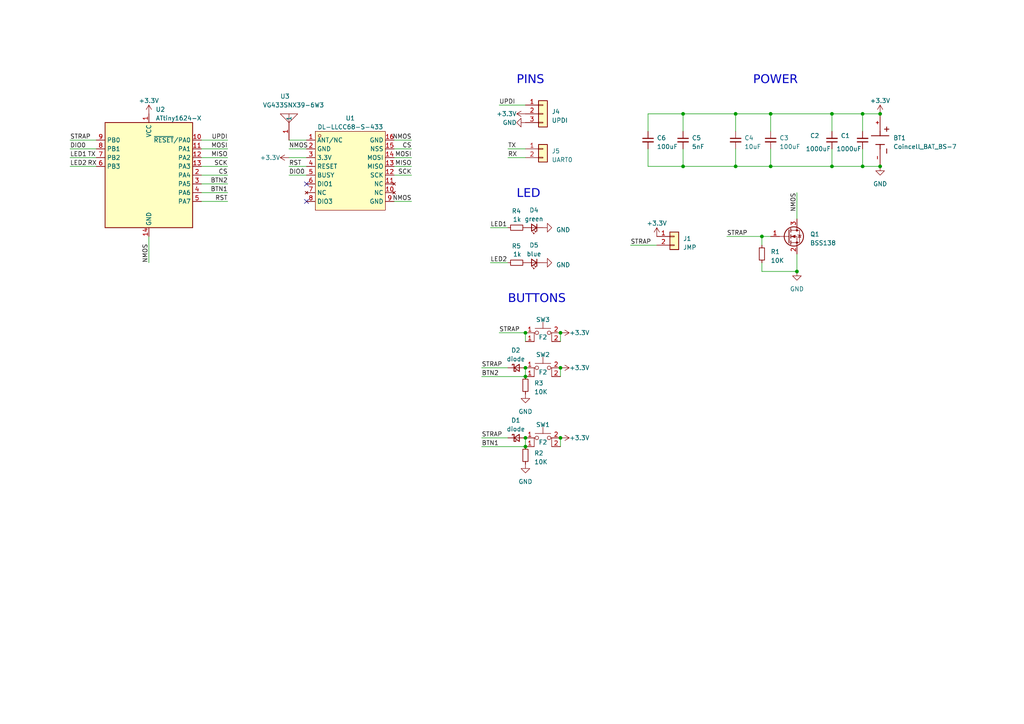
<source format=kicad_sch>
(kicad_sch (version 20230121) (generator eeschema)
  (paper "A4")
  (lib_symbols
    (symbol "Connector_Generic:Conn_01x02" (pin_names (offset 1.016) hide)
      (property "Reference" "J" (at 0 2.54 0))
      (property "Value" "Conn_01x02" (at 0 -5.08 0))
      (symbol "Conn_01x02_1_1"
        (rectangle (start -1.27 -2.413) (end 0 -2.667) (stroke (width 0.1524)))
        (rectangle (start -1.27 0.127) (end 0 -0.127) (stroke (width 0.1524)))
        (rectangle (start -1.27 1.27) (end 1.27 -3.81) (stroke (width 0.254)) (fill (type background)))
        (pin passive line (at -5.08 0 0) (length 3.81) (name "Pin_1") (number "1"))
        (pin passive line (at -5.08 -2.54 0) (length 3.81) (name "Pin_2") (number "2"))
      )
    )
    (symbol "Connector_Generic:Conn_01x03" (pin_names (offset 1.016) hide)
      (property "Reference" "J" (at 0 5.08 0))
      (property "Value" "Conn_01x03" (at 0 -5.08 0))
      (symbol "Conn_01x03_1_1"
        (rectangle (start -1.27 -2.413) (end 0 -2.667) (stroke (width 0.1524)))
        (rectangle (start -1.27 0.127) (end 0 -0.127) (stroke (width 0.1524)))
        (rectangle (start -1.27 2.667) (end 0 2.413) (stroke (width 0.1524)))
        (rectangle (start -1.27 3.81) (end 1.27 -3.81) (stroke (width 0.254)) (fill (type background)))
        (pin passive line (at -5.08 2.54 0) (length 3.81) (name "Pin_1") (number "1"))
        (pin passive line (at -5.08 0 0) (length 3.81) (name "Pin_2") (number "2"))
        (pin passive line (at -5.08 -2.54 0) (length 3.81) (name "Pin_3") (number "3"))
      )
    )
    (symbol "Custom:Coincell_BAT_BS-7" (pin_names (offset 1.016))
      (property "Reference" "BT" (at -3.81 3.81 0))
      (property "Value" "Coincell_BAT_BS-7" (at -3.81 -5.08 0))
      (symbol "Coincell_BAT_BS-7_0_0"
        (polyline (pts (xy -3.81 1.905) (xy -2.54 1.905)) (stroke (width 0.254)))
        (polyline (pts (xy -3.175 2.54) (xy -3.175 1.27)) (stroke (width 0.254)))
        (polyline (pts (xy -1.27 0) (xy -2.54 0)) (stroke (width 0.254)))
        (polyline (pts (xy -1.27 0) (xy -1.27 -2.54)) (stroke (width 0.254)))
        (polyline (pts (xy -1.27 2.54) (xy -1.27 0)) (stroke (width 0.254)))
        (polyline (pts (xy 1.27 0) (xy 1.27 -1.27)) (stroke (width 0.254)))
        (polyline (pts (xy 1.27 0) (xy 2.54 0)) (stroke (width 0.254)))
        (polyline (pts (xy 1.27 1.27) (xy 1.27 0)) (stroke (width 0.254)))
        (polyline (pts (xy 2.54 1.905) (xy 3.81 1.905)) (stroke (width 0.254)))
        (pin passive line (at -7.62 0 0) (length 5.08) (name "~") (number "+"))
        (pin passive line (at 7.62 0 180) (length 5.08) (name "~") (number "-"))
      )
    )
    (symbol "Custom:DL-LLCC68-S-433"
      (property "Reference" "U" (at 0 13.97 0))
      (property "Value" "DL-LLCC68-S-433" (at 0 -13.97 0))
      (symbol "DL-LLCC68-S-433_0_1"
        (rectangle (start -10.16 11.43) (end 10.16 -11.43) (fill (type background)))
        (circle (center -8.89 10.16) (radius 0.38))
        (pin unspecified line (at -12.7 8.89 0) (length 2.54) (name "ANT/NC") (number "1"))
        (pin no_connect line (at 12.7 -6.35 180) (length 2.54) (name "NC") (number "10"))
        (pin no_connect line (at 12.7 -3.81 180) (length 2.54) (name "NC") (number "11"))
        (pin input line (at 12.7 -1.27 180) (length 2.54) (name "SCK") (number "12"))
        (pin output line (at 12.7 1.27 180) (length 2.54) (name "MISO") (number "13"))
        (pin input line (at 12.7 3.81 180) (length 2.54) (name "MOSI") (number "14"))
        (pin input line (at 12.7 6.35 180) (length 2.54) (name "NSS") (number "15"))
        (pin power_in line (at 12.7 8.89 180) (length 2.54) (name "GND") (number "16"))
        (pin power_in line (at -12.7 6.35 0) (length 2.54) (name "GND") (number "2"))
        (pin power_in line (at -12.7 3.81 0) (length 2.54) (name "3.3V") (number "3"))
        (pin input line (at -12.7 1.27 0) (length 2.54) (name "RESET") (number "4"))
        (pin output line (at -12.7 -1.27 0) (length 2.54) (name "BUSY") (number "5"))
        (pin output line (at -12.7 -3.81 0) (length 2.54) (name "DIO1") (number "6"))
        (pin no_connect line (at -12.7 -6.35 0) (length 2.54) (name "NC") (number "7"))
        (pin output line (at -12.7 -8.89 0) (length 2.54) (name "DIO3") (number "8"))
        (pin power_in line (at 12.7 -8.89 180) (length 2.54) (name "GND") (number "9"))
      )
    )
    (symbol "Custom:VG433SNX39-6W3"
      (property "Reference" "U" (at 0 2.54 0))
      (property "Value" "VG433SNX39-6W3" (at 0 -7.62 0))
      (symbol "VG433SNX39-6W3_0_1"
        (polyline (pts (xy 0 2.54) (xy -2.54 5.08) (xy 2.54 5.08) (xy 0 2.54) (xy 0 5.08)))
        (pin unspecified line (at 0 -2.54 90) (length 5.08) (name "1") (number "1"))
      )
    )
    (symbol "Device:C_Small" (pin_numbers hide) (pin_names (offset 0.254) hide)
      (property "Reference" "C" (at 0.254 1.778 0))
      (property "Value" "C_Small" (at 0.254 -2.032 0))
      (symbol "C_Small_0_1"
        (polyline (pts (xy -1.524 -0.508) (xy 1.524 -0.508)) (stroke (width 0.3302)))
        (polyline (pts (xy -1.524 0.508) (xy 1.524 0.508)) (stroke (width 0.3048)))
      )
      (symbol "C_Small_1_1"
        (pin passive line (at 0 2.54 270) (length 2.032) (name "~") (number "1"))
        (pin passive line (at 0 -2.54 90) (length 2.032) (name "~") (number "2"))
      )
    )
    (symbol "Device:D_Schottky_Small" (pin_numbers hide) (pin_names (offset 0.254) hide)
      (property "Reference" "D" (at -1.27 2.032 0))
      (property "Value" "D_Schottky_Small" (at -7.112 -2.032 0))
      (symbol "D_Schottky_Small_0_1"
        (polyline (pts (xy -0.762 0) (xy 0.762 0)))
        (polyline (pts (xy 0.762 -1.016) (xy -0.762 0) (xy 0.762 1.016) (xy 0.762 -1.016)) (stroke (width 0.254)))
        (polyline (pts (xy -1.27 0.762) (xy -1.27 1.016) (xy -0.762 1.016) (xy -0.762 -1.016) (xy -0.254 -1.016) (xy -0.254 -0.762)) (stroke (width 0.254)))
      )
      (symbol "D_Schottky_Small_1_1"
        (pin passive line (at -2.54 0 0) (length 1.778) (name "K") (number "1"))
        (pin passive line (at 2.54 0 180) (length 1.778) (name "A") (number "2"))
      )
    )
    (symbol "Device:LED_Small" (pin_numbers hide) (pin_names (offset 0.254) hide)
      (property "Reference" "D" (at -1.27 3.175 0))
      (property "Value" "LED_Small" (at -4.445 -2.54 0))
      (symbol "LED_Small_0_1"
        (polyline (pts (xy -0.762 -1.016) (xy -0.762 1.016)) (stroke (width 0.254)))
        (polyline (pts (xy 1.016 0) (xy -0.762 0)))
        (polyline (pts (xy 0.762 -1.016) (xy -0.762 0) (xy 0.762 1.016) (xy 0.762 -1.016)) (stroke (width 0.254)))
        (polyline (pts (xy 0 0.762) (xy -0.508 1.27) (xy -0.254 1.27) (xy -0.508 1.27) (xy -0.508 1.016)))
        (polyline (pts (xy 0.508 1.27) (xy 0 1.778) (xy 0.254 1.778) (xy 0 1.778) (xy 0 1.524)))
      )
      (symbol "LED_Small_1_1"
        (pin passive line (at -2.54 0 0) (length 1.778) (name "K") (number "1"))
        (pin passive line (at 2.54 0 180) (length 1.778) (name "A") (number "2"))
      )
    )
    (symbol "Device:R_Small" (pin_numbers hide) (pin_names (offset 0.254) hide)
      (property "Reference" "R" (at 0.762 0.508 0))
      (property "Value" "R_Small" (at 0.762 -1.016 0))
      (symbol "R_Small_0_1"
        (rectangle (start -0.762 1.778) (end 0.762 -1.778) (stroke (width 0.2032)))
      )
      (symbol "R_Small_1_1"
        (pin passive line (at 0 2.54 270) (length 0.762) (name "~") (number "1"))
        (pin passive line (at 0 -2.54 90) (length 0.762) (name "~") (number "2"))
      )
    )
    (symbol "MCU_Microchip_ATtiny:ATtiny1624-X"
      (property "Reference" "U" (at -12.7 16.51 0))
      (property "Value" "ATtiny1624-X" (at 2.54 -16.51 0))
      (symbol "ATtiny1624-X_0_1"
        (rectangle (start -12.7 -15.24) (end 12.7 15.24) (stroke (width 0.254)) (fill (type background)))
      )
      (symbol "ATtiny1624-X_1_1"
        (pin power_in line (at 0 17.78 270) (length 2.54) (name "VCC") (number "1"))
        (pin bidirectional line (at 15.24 10.16 180) (length 2.54) (name "~{RESET}/PA0") (number "10"))
        (pin bidirectional line (at 15.24 7.62 180) (length 2.54) (name "PA1") (number "11"))
        (pin bidirectional line (at 15.24 5.08 180) (length 2.54) (name "PA2") (number "12"))
        (pin bidirectional line (at 15.24 2.54 180) (length 2.54) (name "PA3") (number "13"))
        (pin power_in line (at 0 -17.78 90) (length 2.54) (name "GND") (number "14"))
        (pin bidirectional line (at 15.24 0 180) (length 2.54) (name "PA4") (number "2"))
        (pin bidirectional line (at 15.24 -2.54 180) (length 2.54) (name "PA5") (number "3"))
        (pin bidirectional line (at 15.24 -5.08 180) (length 2.54) (name "PA6") (number "4"))
        (pin bidirectional line (at 15.24 -7.62 180) (length 2.54) (name "PA7") (number "5"))
        (pin bidirectional line (at -15.24 2.54 0) (length 2.54) (name "PB3") (number "6"))
        (pin bidirectional line (at -15.24 5.08 0) (length 2.54) (name "PB2") (number "7"))
        (pin bidirectional line (at -15.24 7.62 0) (length 2.54) (name "PB1") (number "8"))
        (pin bidirectional line (at -15.24 10.16 0) (length 2.54) (name "PB0") (number "9"))
      )
    )
    (symbol "SW_MEC_5E_1" (pin_names (offset 1.016) hide)
      (property "Reference" "SW2" (at 0 6.35 0))
      (property "Value" "F2" (at 0 1.27 0))
      (symbol "SW_MEC_5E_1_0_1"
        (circle (center -1.778 2.54) (radius 0.508))
        (polyline (pts (xy -2.286 3.81) (xy 2.286 3.81)))
        (polyline (pts (xy 0 3.81) (xy 0 5.588)))
        (polyline (pts (xy -2.54 0) (xy -2.54 2.54) (xy -2.286 2.54)))
        (polyline (pts (xy 2.54 0) (xy 2.54 2.54) (xy 2.286 2.54)))
        (circle (center 1.778 2.54) (radius 0.508))
        (pin passive line (at -5.08 0 0) (length 2.54) (name "1") (number "1"))
        (pin passive line (at -5.08 2.54 0) (length 2.54) (name "1") (number "1"))
        (pin passive line (at 5.08 0 180) (length 2.54) (name "2") (number "2"))
        (pin passive line (at 5.08 2.54 180) (length 2.54) (name "2") (number "2"))
      )
    )
    (symbol "Transistor_FET:BSS138" (pin_names hide)
      (property "Reference" "Q" (at 5.08 1.905 0))
      (property "Value" "BSS138" (at 5.08 0 0))
      (symbol "BSS138_0_1"
        (polyline (pts (xy 0.254 0) (xy -2.54 0)))
        (polyline (pts (xy 0.254 1.905) (xy 0.254 -1.905)) (stroke (width 0.254)))
        (polyline (pts (xy 0.762 -1.27) (xy 0.762 -2.286)) (stroke (width 0.254)))
        (polyline (pts (xy 0.762 0.508) (xy 0.762 -0.508)) (stroke (width 0.254)))
        (polyline (pts (xy 0.762 2.286) (xy 0.762 1.27)) (stroke (width 0.254)))
        (polyline (pts (xy 2.54 2.54) (xy 2.54 1.778)))
        (polyline (pts (xy 2.54 -2.54) (xy 2.54 0) (xy 0.762 0)))
        (polyline (pts (xy 0.762 -1.778) (xy 3.302 -1.778) (xy 3.302 1.778) (xy 0.762 1.778)))
        (polyline (pts (xy 1.016 0) (xy 2.032 0.381) (xy 2.032 -0.381) (xy 1.016 0)) (fill (type outline)))
        (polyline (pts (xy 2.794 0.508) (xy 2.921 0.381) (xy 3.683 0.381) (xy 3.81 0.254)))
        (polyline (pts (xy 3.302 0.381) (xy 2.921 -0.254) (xy 3.683 -0.254) (xy 3.302 0.381)))
        (circle (center 1.651 0) (radius 2.794) (stroke (width 0.254)))
        (circle (center 2.54 -1.778) (radius 0.254) (fill (type outline)))
        (circle (center 2.54 1.778) (radius 0.254) (fill (type outline)))
      )
      (symbol "BSS138_1_1"
        (pin input line (at -5.08 0 0) (length 2.54) (name "G") (number "1"))
        (pin passive line (at 2.54 -5.08 90) (length 2.54) (name "S") (number "2"))
        (pin passive line (at 2.54 5.08 270) (length 2.54) (name "D") (number "3"))
      )
    )
    (symbol "power:+3.3V" (power) (pin_names (offset 0))
      (property "Value" "+3.3V" (at 0 3.556 0))
      (symbol "+3.3V_0_1"
        (polyline (pts (xy -0.762 1.27) (xy 0 2.54)))
        (polyline (pts (xy 0 0) (xy 0 2.54)))
        (polyline (pts (xy 0 2.54) (xy 0.762 1.27)))
      )
      (symbol "+3.3V_1_1"
        (pin power_in line (at 0 0 90) (length 0) hide (name "+3.3V") (number "1"))
      )
    )
    (symbol "power:GND" (power) (pin_names (offset 0))
      (property "Value" "GND" (at 0 -3.81 0))
      (symbol "GND_0_1"
        (polyline (pts (xy 0 0) (xy 0 -1.27) (xy 1.27 -1.27) (xy 0 -2.54) (xy -1.27 -1.27) (xy 0 -1.27)))
      )
      (symbol "GND_1_1"
        (pin power_in line (at 0 0 270) (length 0) hide (name "GND") (number "1"))
      )
    )
  )
  (junction (at 152.4 127))
  (junction (at 250.19 48.26))
  (junction (at 255.27 48.26))
  (junction (at 241.3 33.02))
  (junction (at 152.4 109.22))
  (junction (at 223.52 33.02))
  (junction (at 220.98 68.58))
  (junction (at 162.56 96.52))
  (junction (at 162.56 106.68))
  (junction (at 231.14 78.74))
  (junction (at 198.12 33.02))
  (junction (at 152.4 129.54))
  (junction (at 213.36 48.26))
  (junction (at 162.56 127))
  (junction (at 223.52 48.26))
  (junction (at 152.4 96.52))
  (junction (at 198.12 48.26))
  (junction (at 250.19 33.02))
  (junction (at 241.3 48.26))
  (junction (at 213.36 33.02))
  (junction (at 152.4 106.68))
  (junction (at 255.27 33.02))
  (no_connect (at 88.9 53.34))
  (no_connect (at 88.9 58.42))
  (wire (pts (xy 114.3 40.64) (xy 119.38 40.64)))
  (wire (pts (xy 152.4 106.68) (xy 152.4 109.22)))
  (wire (pts (xy 58.42 43.18) (xy 66.04 43.18)))
  (wire (pts (xy 187.96 33.02) (xy 198.12 33.02)))
  (wire (pts (xy 139.7 106.68) (xy 147.32 106.68)))
  (wire (pts (xy 43.18 68.58) (xy 43.18 76.2)))
  (wire (pts (xy 250.19 48.26) (xy 255.27 48.26)))
  (wire (pts (xy 20.32 45.72) (xy 27.94 45.72)))
  (wire (pts (xy 144.78 30.48) (xy 152.4 30.48)))
  (wire (pts (xy 58.42 55.88) (xy 66.04 55.88)))
  (wire (pts (xy 213.36 48.26) (xy 223.52 48.26)))
  (wire (pts (xy 88.9 43.18) (xy 83.82 43.18)))
  (wire (pts (xy 119.38 50.8) (xy 114.3 50.8)))
  (wire (pts (xy 210.82 68.58) (xy 220.98 68.58)))
  (wire (pts (xy 119.38 45.72) (xy 114.3 45.72)))
  (wire (pts (xy 119.38 43.18) (xy 114.3 43.18)))
  (wire (pts (xy 213.36 43.18) (xy 213.36 48.26)))
  (wire (pts (xy 223.52 43.18) (xy 223.52 48.26)))
  (wire (pts (xy 139.7 127) (xy 147.32 127)))
  (wire (pts (xy 58.42 50.8) (xy 66.04 50.8)))
  (wire (pts (xy 198.12 43.18) (xy 198.12 48.26)))
  (wire (pts (xy 58.42 45.72) (xy 66.04 45.72)))
  (wire (pts (xy 162.56 99.06) (xy 162.56 96.52)))
  (wire (pts (xy 198.12 48.26) (xy 213.36 48.26)))
  (wire (pts (xy 223.52 33.02) (xy 241.3 33.02)))
  (wire (pts (xy 152.4 96.52) (xy 152.4 99.06)))
  (wire (pts (xy 139.7 109.22) (xy 152.4 109.22)))
  (wire (pts (xy 223.52 33.02) (xy 223.52 38.1)))
  (wire (pts (xy 144.78 96.52) (xy 152.4 96.52)))
  (wire (pts (xy 142.24 76.2) (xy 147.32 76.2)))
  (wire (pts (xy 220.98 76.2) (xy 220.98 78.74)))
  (wire (pts (xy 58.42 58.42) (xy 66.04 58.42)))
  (wire (pts (xy 162.56 106.68) (xy 162.56 109.22)))
  (wire (pts (xy 241.3 48.26) (xy 250.19 48.26)))
  (wire (pts (xy 241.3 43.18) (xy 241.3 48.26)))
  (wire (pts (xy 241.3 38.1) (xy 241.3 33.02)))
  (wire (pts (xy 58.42 40.64) (xy 66.04 40.64)))
  (wire (pts (xy 142.24 66.04) (xy 147.32 66.04)))
  (wire (pts (xy 213.36 33.02) (xy 213.36 38.1)))
  (wire (pts (xy 162.56 127) (xy 162.56 129.54)))
  (wire (pts (xy 152.4 127) (xy 152.4 129.54)))
  (wire (pts (xy 88.9 40.64) (xy 83.82 40.64)))
  (wire (pts (xy 83.82 45.72) (xy 88.9 45.72)))
  (wire (pts (xy 147.32 43.18) (xy 152.4 43.18)))
  (wire (pts (xy 114.3 58.42) (xy 119.38 58.42)))
  (wire (pts (xy 241.3 33.02) (xy 250.19 33.02)))
  (wire (pts (xy 58.42 53.34) (xy 66.04 53.34)))
  (wire (pts (xy 20.32 48.26) (xy 27.94 48.26)))
  (wire (pts (xy 213.36 33.02) (xy 223.52 33.02)))
  (wire (pts (xy 147.32 45.72) (xy 152.4 45.72)))
  (wire (pts (xy 139.7 129.54) (xy 152.4 129.54)))
  (wire (pts (xy 250.19 33.02) (xy 255.27 33.02)))
  (wire (pts (xy 58.42 48.26) (xy 66.04 48.26)))
  (wire (pts (xy 119.38 48.26) (xy 114.3 48.26)))
  (wire (pts (xy 182.88 71.12) (xy 190.5 71.12)))
  (wire (pts (xy 220.98 78.74) (xy 231.14 78.74)))
  (wire (pts (xy 198.12 33.02) (xy 198.12 38.1)))
  (wire (pts (xy 20.32 40.64) (xy 27.94 40.64)))
  (wire (pts (xy 88.9 48.26) (xy 83.82 48.26)))
  (wire (pts (xy 250.19 43.18) (xy 250.19 48.26)))
  (wire (pts (xy 231.14 73.66) (xy 231.14 78.74)))
  (wire (pts (xy 220.98 68.58) (xy 223.52 68.58)))
  (wire (pts (xy 20.32 43.18) (xy 27.94 43.18)))
  (wire (pts (xy 187.96 43.18) (xy 187.96 48.26)))
  (wire (pts (xy 88.9 50.8) (xy 83.82 50.8)))
  (wire (pts (xy 187.96 48.26) (xy 198.12 48.26)))
  (wire (pts (xy 250.19 38.1) (xy 250.19 33.02)))
  (wire (pts (xy 231.14 55.88) (xy 231.14 63.5)))
  (wire (pts (xy 198.12 33.02) (xy 213.36 33.02)))
  (wire (pts (xy 220.98 71.12) (xy 220.98 68.58)))
  (wire (pts (xy 223.52 48.26) (xy 241.3 48.26)))
  (wire (pts (xy 187.96 38.1) (xy 187.96 33.02)))
  (text "LED" (at 149.86 58.42 0) (effects (font (size 2.5 2.5)) (justify left bottom)))
  (text "PINS" (at 149.86 25.4 0) (effects (font (size 2.5 2.5)) (justify left bottom)))
  (text "BUTTONS" (at 147.32 88.9 0) (effects (font (size 2.5 2.5)) (justify left bottom)))
  (text "POWER" (at 218.44 25.4 0) (effects (font (size 2.5 2.5)) (justify left bottom)))
  (label "MISO" (at 66.04 45.72 180))
  (label "RST" (at 66.04 58.42 180))
  (label "STRAP" (at 20.32 40.64 0))
  (label "STRAP" (at 139.7 106.68 0))
  (label "MISO" (at 119.38 48.26 180))
  (label "BTN1" (at 139.7 129.54 0))
  (label "LED2" (at 142.24 76.2 0))
  (label "MOSI" (at 119.38 45.72 180))
  (label "STRAP" (at 144.78 96.52 0))
  (label "NMOS" (at 231.14 55.88 270))
  (label "NMOS" (at 119.38 58.42 180))
  (label "RX" (at 25.4 48.26 0))
  (label "RX" (at 147.32 45.72 0))
  (label "TX" (at 25.4 45.72 0))
  (label "MOSI" (at 66.04 43.18 180))
  (label "CS" (at 119.38 43.18 180))
  (label "CS" (at 66.04 50.8 180))
  (label "LED1" (at 142.24 66.04 0))
  (label "BTN2" (at 139.7 109.22 0))
  (label "DIO0" (at 20.32 43.18 0))
  (label "RST" (at 83.82 48.26 0))
  (label "NMOS" (at 83.82 43.18 0))
  (label "DIO0" (at 83.82 50.8 0))
  (label "UPDI" (at 144.78 30.48 0))
  (label "TX" (at 147.32 43.18 0))
  (label "NMOS" (at 119.38 40.64 180))
  (label "UPDI" (at 66.04 40.64 180))
  (label "LED2" (at 20.32 48.26 0))
  (label "STRAP" (at 210.82 68.58 0))
  (label "STRAP" (at 139.7 127 0))
  (label "NMOS" (at 43.18 76.2 90))
  (label "BTN1" (at 66.04 55.88 180))
  (label "SCK" (at 119.38 50.8 180))
  (label "BTN2" (at 66.04 53.34 180))
  (label "STRAP" (at 182.88 71.12 0))
  (label "LED1" (at 20.32 45.72 0))
  (label "SCK" (at 66.04 48.26 180))
  (symbol (lib_id "power:GND") (at 157.48 66.04 90) (unit 1)
    (property "Reference" "#PWR010" (effects hide))
    (property "Value" "GND" (at 161.29 66.675 90) (effects (justify right)))
  )
  (symbol (lib_id "Device:C_Small") (at 213.36 40.64 0) (unit 1)
    (property "Reference" "C4" (at 215.9 40.0113 0) (effects (justify left)))
    (property "Value" "10uF" (at 215.9 42.5513 0) (effects (justify left)))
    (property "Footprint" "Capacitor_SMD:C_0603_1608Metric_Pad1.08x0.95mm_HandSolder" (effects hide))
  )
  (symbol (lib_name "SW_MEC_5E_1") (lib_id "Switch:SW_MEC_5E") (at 157.48 109.22 0) (unit 1)
    (property "Reference" "SW2" (at 157.48 102.87 0))
    (property "Value" "F2" (at 157.48 107.95 0))
    (property "Footprint" "Button_Switch_THT:SW_PUSH_6mm" (effects hide))
    (property "Datasheet" "http://www.apem.com/int/index.php?controller=attachment&id_attachment=1371" (effects hide))
  )
  (symbol (lib_id "power:+3.3V") (at 83.82 45.72 90) (unit 1)
    (property "Reference" "#PWR011" (effects hide))
    (property "Value" "+3.3V" (at 81.28 45.72 90) (effects (justify left)))
  )
  (symbol (lib_id "Custom:Coincell_BAT_BS-7") (at 255.27 40.64 270) (unit 1)
    (property "Reference" "BT1" (at 259.08 40.005 90) (effects (justify left)))
    (property "Value" "Coincell_BAT_BS-7" (at 259.08 42.545 90) (effects (justify left)))
    (property "Footprint" "Custom:BAT_BS-7" (effects hide))
    (property "MANUFACTURER" "MPD" (effects hide))
    (property "STANDARD" "Manufacturer recommendations" (effects hide))
    (property "MAXIMUM_PACKAGE_HEIGHT" "9.0mm" (effects hide))
    (property "PARTREV" "H" (effects hide))
  )
  (symbol (lib_id "power:+3.3V") (at 162.56 106.68 270) (unit 1)
    (property "Reference" "#PWR04" (effects hide))
    (property "Value" "+3.3V" (at 165.1 106.68 90) (effects (justify left)))
  )
  (symbol (lib_id "power:+3.3V") (at 152.4 33.02 90) (unit 1)
    (property "Reference" "#PWR07" (effects hide))
    (property "Value" "+3.3V" (at 149.86 33.02 90) (effects (justify left)))
  )
  (symbol (lib_id "Device:C_Small") (at 187.96 40.64 0) (unit 1)
    (property "Reference" "C6" (at 190.5 40.0113 0) (effects (justify left)))
    (property "Value" "100uF" (at 190.5 42.5513 0) (effects (justify left)))
    (property "Footprint" "Capacitor_SMD:C_0805_2012Metric_Pad1.18x1.45mm_HandSolder" (effects hide))
  )
  (symbol (lib_id "Device:C_Small") (at 250.19 40.64 180) (unit 1)
    (property "Reference" "C1" (at 243.84 39.37 0) (effects (justify right)))
    (property "Value" "1000uF" (at 242.57 43.18 0) (effects (justify right)))
    (property "Footprint" "Capacitor_THT:C_Disc_D8.0mm_W2.5mm_P5.00mm" (effects hide))
  )
  (symbol (lib_id "power:+3.3V") (at 190.5 68.58 0) (unit 1)
    (property "Reference" "#PWR03" (effects hide))
    (property "Value" "+3.3V" (at 190.5 64.77 0))
  )
  (symbol (lib_id "Device:R_Small") (at 149.86 66.04 90) (unit 1)
    (property "Reference" "R4" (at 151.1298 61.2144 90) (effects (justify left)))
    (property "Value" "1k" (at 151.1818 63.6526 90) (effects (justify left)))
    (property "Footprint" "Resistor_SMD:R_0603_1608Metric_Pad0.98x0.95mm_HandSolder" (effects hide))
  )
  (symbol (lib_id "Device:D_Schottky_Small") (at 149.86 106.68 0) (unit 1)
    (property "Reference" "D2" (at 149.606 101.6 0))
    (property "Value" "diode" (at 149.606 104.14 0))
    (property "Footprint" "Diode_SMD:D_SOD-323_HandSoldering" (effects hide))
  )
  (symbol (lib_id "power:+3.3V") (at 43.18 33.02 0) (unit 1)
    (property "Reference" "#PWR02" (effects hide))
    (property "Value" "+3.3V" (at 43.18 29.21 0))
  )
  (symbol (lib_id "Device:C_Small") (at 198.12 40.64 0) (unit 1)
    (property "Reference" "C5" (at 200.66 40.0113 0) (effects (justify left)))
    (property "Value" "5nF" (at 200.66 42.5513 0) (effects (justify left)))
    (property "Footprint" "Capacitor_SMD:C_0603_1608Metric_Pad1.08x0.95mm_HandSolder" (effects hide))
  )
  (symbol (lib_id "Connector_Generic:Conn_01x02") (at 195.58 68.58 0) (unit 1)
    (property "Reference" "J1" (at 198.12 69.215 0) (effects (justify left)))
    (property "Value" "JMP" (at 198.12 71.755 0) (effects (justify left)))
    (property "Footprint" "Connector_PinHeader_2.54mm:PinHeader_1x02_P2.54mm_Vertical" (effects hide))
  )
  (symbol (lib_id "Transistor_FET:BSS138") (at 228.6 68.58 0) (unit 1)
    (property "Reference" "Q1" (at 234.95 67.945 0) (effects (justify left)))
    (property "Value" "BSS138" (at 234.95 70.485 0) (effects (justify left)))
    (property "Footprint" "Package_TO_SOT_SMD:SOT-23" (effects hide))
    (property "Datasheet" "https://www.onsemi.com/pub/Collateral/BSS138-D.PDF" (effects hide))
  )
  (symbol (lib_id "Device:C_Small") (at 241.3 40.64 180) (unit 1)
    (property "Reference" "C2" (at 234.95 39.37 0) (effects (justify right)))
    (property "Value" "1000uF" (at 233.68 43.18 0) (effects (justify right)))
    (property "Footprint" "Capacitor_THT:C_Disc_D8.0mm_W2.5mm_P5.00mm" (effects hide))
  )
  (symbol (lib_id "power:GND") (at 152.4 134.62 0) (unit 1)
    (property "Reference" "#PWR09" (effects hide))
    (property "Value" "GND" (at 152.4 139.7 0))
  )
  (symbol (lib_id "Device:LED_Small") (at 154.94 76.2 180) (unit 1)
    (property "Reference" "D5" (at 154.8765 71.12 0))
    (property "Value" "blue" (at 154.8765 73.66 0))
    (property "Footprint" "LED_SMD:LED_0603_1608Metric_Pad1.05x0.95mm_HandSolder" (effects hide))
  )
  (symbol (lib_id "Custom:VG433SNX39-6W3") (at 83.82 38.1 0) (unit 1)
    (property "Reference" "U3" (at 81.28 27.94 0) (effects (justify left)))
    (property "Value" "VG433SNX39-6W3" (at 76.2 30.48 0) (effects (justify left)))
    (property "Footprint" "Custom:ANT-TH_T14-433M" (effects hide))
    (property "LCSC Part" "C718844" (effects hide))
  )
  (symbol (lib_id "Connector_Generic:Conn_01x02") (at 157.48 43.18 0) (unit 1)
    (property "Reference" "J5" (at 160.02 43.815 0) (effects (justify left)))
    (property "Value" "UART0" (at 160.02 46.355 0) (effects (justify left)))
    (property "Footprint" "Connector_PinHeader_2.54mm:PinHeader_1x02_P2.54mm_Vertical" (effects hide))
  )
  (symbol (lib_id "power:+3.3V") (at 162.56 127 270) (unit 1)
    (property "Reference" "#PWR01" (effects hide))
    (property "Value" "+3.3V" (at 165.1 127 90) (effects (justify left)))
  )
  (symbol (lib_id "MCU_Microchip_ATtiny:ATtiny1624-X") (at 43.18 50.8 0) (unit 1)
    (property "Reference" "U2" (at 45.1359 31.75 0) (effects (justify left)))
    (property "Value" "ATtiny1624-X" (at 45.1359 34.29 0) (effects (justify left)))
    (property "Footprint" "Package_SO:TSSOP-14_4.4x5mm_P0.65mm" (effects hide))
    (property "Datasheet" "https://ww1.microchip.com/downloads/en/DeviceDoc/ATtiny1624-26-27-DataSheet-DS40002234A.pdf" (effects hide))
  )
  (symbol (lib_id "Connector_Generic:Conn_01x03") (at 157.48 33.02 0) (unit 1)
    (property "Reference" "J4" (at 160.02 32.385 0) (effects (justify left)))
    (property "Value" "UPDI" (at 160.02 34.925 0) (effects (justify left)))
    (property "Footprint" "Connector_PinHeader_2.54mm:PinHeader_1x03_P2.54mm_Vertical" (effects hide))
  )
  (symbol (lib_id "Device:R_Small") (at 220.98 73.66 0) (unit 1)
    (property "Reference" "R1" (at 223.52 73.025 0) (effects (justify left)))
    (property "Value" "10K" (at 223.52 75.565 0) (effects (justify left)))
    (property "Footprint" "Resistor_SMD:R_0603_1608Metric_Pad0.98x0.95mm_HandSolder" (effects hide))
  )
  (symbol (lib_id "Device:LED_Small") (at 154.94 66.04 180) (unit 1)
    (property "Reference" "D4" (at 154.8765 60.96 0))
    (property "Value" "green" (at 154.8765 63.5 0))
    (property "Footprint" "LED_SMD:LED_0603_1608Metric_Pad1.05x0.95mm_HandSolder" (effects hide))
  )
  (symbol (lib_id "Device:R_Small") (at 152.4 132.08 0) (unit 1)
    (property "Reference" "R2" (at 154.94 131.445 0) (effects (justify left)))
    (property "Value" "10K" (at 154.94 133.985 0) (effects (justify left)))
    (property "Footprint" "Resistor_SMD:R_0603_1608Metric_Pad0.98x0.95mm_HandSolder" (effects hide))
  )
  (symbol (lib_name "SW_MEC_5E_1") (lib_id "Switch:SW_MEC_5E") (at 157.48 99.06 0) (unit 1)
    (property "Reference" "SW3" (at 157.48 92.71 0))
    (property "Value" "F2" (at 157.48 97.79 0))
    (property "Footprint" "Button_Switch_THT:SW_PUSH_6mm" (effects hide))
    (property "Datasheet" "http://www.apem.com/int/index.php?controller=attachment&id_attachment=1371" (effects hide))
  )
  (symbol (lib_id "Custom:DL-LLCC68-S-433") (at 101.6 49.53 0) (unit 1)
    (property "Reference" "U1" (at 101.6 34.29 0))
    (property "Value" "DL-LLCC68-S-433" (at 101.6 36.83 0))
    (property "Footprint" "RF_Module:Ai-Thinker-Ra-01-LoRa" (effects hide))
    (property "LCSC Part" "C2894789" (effects hide))
  )
  (symbol (lib_id "power:GND") (at 152.4 114.3 0) (unit 1)
    (property "Reference" "#PWR06" (effects hide))
    (property "Value" "GND" (at 152.4 119.38 0))
  )
  (symbol (lib_id "Device:R_Small") (at 152.4 111.76 0) (unit 1)
    (property "Reference" "R3" (at 154.94 111.125 0) (effects (justify left)))
    (property "Value" "10K" (at 154.94 113.665 0) (effects (justify left)))
    (property "Footprint" "Resistor_SMD:R_0603_1608Metric_Pad0.98x0.95mm_HandSolder" (effects hide))
  )
  (symbol (lib_name "SW_MEC_5E_1") (lib_id "Switch:SW_MEC_5E") (at 157.48 129.54 0) (unit 1)
    (property "Reference" "SW1" (at 157.48 123.19 0))
    (property "Value" "F2" (at 157.48 128.27 0))
    (property "Footprint" "Button_Switch_THT:SW_PUSH_6mm" (effects hide))
    (property "Datasheet" "http://www.apem.com/int/index.php?controller=attachment&id_attachment=1371" (effects hide))
  )
  (symbol (lib_id "power:GND") (at 255.27 48.26 0) (unit 1)
    (property "Reference" "#PWR018" (effects hide))
    (property "Value" "GND" (at 255.27 53.34 0))
  )
  (symbol (lib_id "Device:C_Small") (at 223.52 40.64 0) (unit 1)
    (property "Reference" "C3" (at 226.06 40.0113 0) (effects (justify left)))
    (property "Value" "100uF" (at 226.06 42.5513 0) (effects (justify left)))
    (property "Footprint" "Capacitor_SMD:C_0603_1608Metric_Pad1.08x0.95mm_HandSolder" (effects hide))
  )
  (symbol (lib_id "Device:R_Small") (at 149.86 76.2 90) (unit 1)
    (property "Reference" "R5" (at 151.1298 71.3744 90) (effects (justify left)))
    (property "Value" "1k" (at 151.2326 73.7608 90) (effects (justify left)))
    (property "Footprint" "Resistor_SMD:R_0603_1608Metric_Pad0.98x0.95mm_HandSolder" (effects hide))
  )
  (symbol (lib_id "Device:D_Schottky_Small") (at 149.86 127 0) (unit 1)
    (property "Reference" "D1" (at 149.606 121.92 0))
    (property "Value" "diode" (at 149.606 124.46 0))
    (property "Footprint" "Diode_SMD:D_SOD-323_HandSoldering" (effects hide))
  )
  (symbol (lib_id "power:GND") (at 231.14 78.74 0) (unit 1)
    (property "Reference" "#PWR08" (effects hide))
    (property "Value" "GND" (at 231.14 83.82 0))
  )
  (symbol (lib_id "power:GND") (at 152.4 35.56 270) (unit 1)
    (property "Reference" "#PWR013" (effects hide))
    (property "Value" "GND" (at 149.86 35.56 90) (effects (justify right)))
  )
  (symbol (lib_id "power:+3.3V") (at 162.56 96.52 270) (unit 1)
    (property "Reference" "#PWR05" (effects hide))
    (property "Value" "+3.3V" (at 165.1 96.52 90) (effects (justify left)))
  )
  (symbol (lib_id "power:GND") (at 157.48 76.2 90) (unit 1)
    (property "Reference" "#PWR012" (effects hide))
    (property "Value" "GND" (at 161.29 76.835 90) (effects (justify right)))
  )
  (symbol (lib_id "power:+3.3V") (at 255.27 33.02 0) (unit 1)
    (property "Reference" "#PWR017" (effects hide))
    (property "Value" "+3.3V" (at 255.27 29.21 0))
  )
)
</source>
